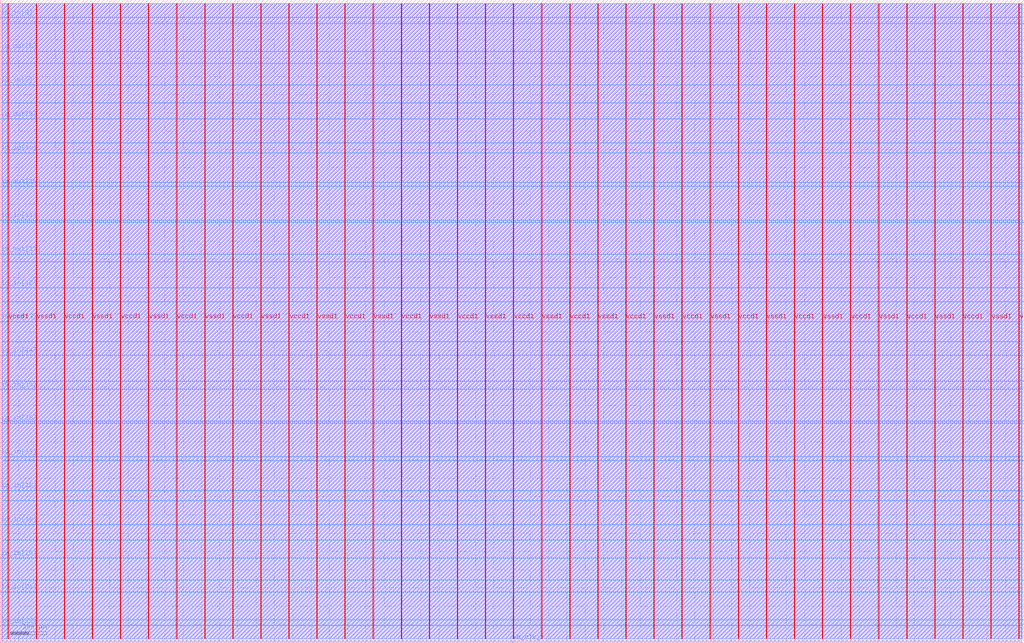
<source format=lef>
VERSION 5.7 ;
  NOWIREEXTENSIONATPIN ON ;
  DIVIDERCHAR "/" ;
  BUSBITCHARS "[]" ;
MACRO user_proj_example
  CLASS BLOCK ;
  FOREIGN user_proj_example ;
  ORIGIN 0.000 0.000 ;
  SIZE 2800.000 BY 1760.000 ;
  PIN io_in[0]
    DIRECTION INPUT ;
    USE SIGNAL ;
    ANTENNAGATEAREA 0.990000 ;
    PORT
      LAYER met3 ;
        RECT 2796.000 62.600 2800.000 63.200 ;
    END
  END io_in[0]
  PIN io_in[10]
    DIRECTION INPUT ;
    USE SIGNAL ;
    ANTENNAGATEAREA 0.742500 ;
    PORT
      LAYER met3 ;
        RECT 0.000 1341.000 4.000 1341.600 ;
    END
  END io_in[10]
  PIN io_in[11]
    DIRECTION INPUT ;
    USE SIGNAL ;
    ANTENNAGATEAREA 0.495000 ;
    PORT
      LAYER met3 ;
        RECT 0.000 1156.040 4.000 1156.640 ;
    END
  END io_in[11]
  PIN io_in[12]
    DIRECTION INPUT ;
    USE SIGNAL ;
    ANTENNAGATEAREA 0.426000 ;
    PORT
      LAYER met3 ;
        RECT 0.000 971.080 4.000 971.680 ;
    END
  END io_in[12]
  PIN io_in[13]
    DIRECTION INPUT ;
    USE SIGNAL ;
    ANTENNAGATEAREA 0.247500 ;
    PORT
      LAYER met3 ;
        RECT 0.000 878.600 4.000 879.200 ;
    END
  END io_in[13]
  PIN io_in[14]
    DIRECTION INPUT ;
    USE SIGNAL ;
    ANTENNAGATEAREA 0.426000 ;
    PORT
      LAYER met3 ;
        RECT 0.000 786.120 4.000 786.720 ;
    END
  END io_in[14]
  PIN io_in[15]
    DIRECTION INPUT ;
    USE SIGNAL ;
    ANTENNAGATEAREA 0.495000 ;
    PORT
      LAYER met3 ;
        RECT 0.000 693.640 4.000 694.240 ;
    END
  END io_in[15]
  PIN io_in[16]
    DIRECTION INPUT ;
    USE SIGNAL ;
    ANTENNAGATEAREA 0.495000 ;
    PORT
      LAYER met3 ;
        RECT 0.000 601.160 4.000 601.760 ;
    END
  END io_in[16]
  PIN io_in[17]
    DIRECTION INPUT ;
    USE SIGNAL ;
    ANTENNAGATEAREA 0.742500 ;
    PORT
      LAYER met3 ;
        RECT 0.000 508.680 4.000 509.280 ;
    END
  END io_in[17]
  PIN io_in[18]
    DIRECTION INPUT ;
    USE SIGNAL ;
    ANTENNAGATEAREA 0.742500 ;
    PORT
      LAYER met3 ;
        RECT 0.000 416.200 4.000 416.800 ;
    END
  END io_in[18]
  PIN io_in[19]
    DIRECTION INPUT ;
    USE SIGNAL ;
    ANTENNAGATEAREA 0.742500 ;
    PORT
      LAYER met3 ;
        RECT 0.000 323.720 4.000 324.320 ;
    END
  END io_in[19]
  PIN io_in[1]
    DIRECTION INPUT ;
    USE SIGNAL ;
    ANTENNAGATEAREA 0.990000 ;
    PORT
      LAYER met3 ;
        RECT 2796.000 280.200 2800.000 280.800 ;
    END
  END io_in[1]
  PIN io_in[20]
    DIRECTION INPUT ;
    USE SIGNAL ;
    ANTENNAGATEAREA 0.852000 ;
    PORT
      LAYER met3 ;
        RECT 0.000 231.240 4.000 231.840 ;
    END
  END io_in[20]
  PIN io_in[21]
    DIRECTION INPUT ;
    USE SIGNAL ;
    ANTENNAGATEAREA 0.990000 ;
    PORT
      LAYER met3 ;
        RECT 0.000 138.760 4.000 139.360 ;
    END
  END io_in[21]
  PIN io_in[22]
    DIRECTION INPUT ;
    USE SIGNAL ;
    ANTENNAGATEAREA 0.990000 ;
    PORT
      LAYER met3 ;
        RECT 0.000 46.280 4.000 46.880 ;
    END
  END io_in[22]
  PIN io_in[2]
    DIRECTION INPUT ;
    USE SIGNAL ;
    ANTENNAGATEAREA 0.990000 ;
    PORT
      LAYER met3 ;
        RECT 2796.000 497.800 2800.000 498.400 ;
    END
  END io_in[2]
  PIN io_in[3]
    DIRECTION INPUT ;
    USE SIGNAL ;
    ANTENNAGATEAREA 0.990000 ;
    PORT
      LAYER met3 ;
        RECT 2796.000 715.400 2800.000 716.000 ;
    END
  END io_in[3]
  PIN io_in[4]
    DIRECTION INPUT ;
    USE SIGNAL ;
    ANTENNAGATEAREA 0.990000 ;
    PORT
      LAYER met3 ;
        RECT 2796.000 933.000 2800.000 933.600 ;
    END
  END io_in[4]
  PIN io_in[5]
    DIRECTION INPUT ;
    USE SIGNAL ;
    ANTENNAGATEAREA 0.990000 ;
    PORT
      LAYER met3 ;
        RECT 2796.000 1150.600 2800.000 1151.200 ;
    END
  END io_in[5]
  PIN io_in[6]
    DIRECTION INPUT ;
    USE SIGNAL ;
    ANTENNAGATEAREA 0.990000 ;
    PORT
      LAYER met3 ;
        RECT 2796.000 1368.200 2800.000 1368.800 ;
    END
  END io_in[6]
  PIN io_in[7]
    DIRECTION INPUT ;
    USE SIGNAL ;
    ANTENNAGATEAREA 0.990000 ;
    PORT
      LAYER met3 ;
        RECT 2796.000 1585.800 2800.000 1586.400 ;
    END
  END io_in[7]
  PIN io_in[8]
    DIRECTION INPUT ;
    USE SIGNAL ;
    ANTENNAGATEAREA 0.852000 ;
    PORT
      LAYER met3 ;
        RECT 0.000 1710.920 4.000 1711.520 ;
    END
  END io_in[8]
  PIN io_in[9]
    DIRECTION INPUT ;
    USE SIGNAL ;
    ANTENNAGATEAREA 0.742500 ;
    PORT
      LAYER met3 ;
        RECT 0.000 1525.960 4.000 1526.560 ;
    END
  END io_in[9]
  PIN io_out[0]
    DIRECTION OUTPUT TRISTATE ;
    USE SIGNAL ;
    PORT
      LAYER met3 ;
        RECT 2796.000 171.400 2800.000 172.000 ;
    END
  END io_out[0]
  PIN io_out[10]
    DIRECTION OUTPUT TRISTATE ;
    USE SIGNAL ;
    ANTENNADIFFAREA 2.673000 ;
    PORT
      LAYER met3 ;
        RECT 0.000 1248.520 4.000 1249.120 ;
    END
  END io_out[10]
  PIN io_out[11]
    DIRECTION OUTPUT TRISTATE ;
    USE SIGNAL ;
    ANTENNADIFFAREA 2.673000 ;
    PORT
      LAYER met3 ;
        RECT 0.000 1063.560 4.000 1064.160 ;
    END
  END io_out[11]
  PIN io_out[1]
    DIRECTION OUTPUT TRISTATE ;
    USE SIGNAL ;
    ANTENNADIFFAREA 2.673000 ;
    PORT
      LAYER met3 ;
        RECT 2796.000 389.000 2800.000 389.600 ;
    END
  END io_out[1]
  PIN io_out[2]
    DIRECTION OUTPUT TRISTATE ;
    USE SIGNAL ;
    ANTENNADIFFAREA 2.673000 ;
    PORT
      LAYER met3 ;
        RECT 2796.000 606.600 2800.000 607.200 ;
    END
  END io_out[2]
  PIN io_out[3]
    DIRECTION OUTPUT TRISTATE ;
    USE SIGNAL ;
    ANTENNADIFFAREA 2.673000 ;
    PORT
      LAYER met3 ;
        RECT 2796.000 824.200 2800.000 824.800 ;
    END
  END io_out[3]
  PIN io_out[4]
    DIRECTION OUTPUT TRISTATE ;
    USE SIGNAL ;
    ANTENNADIFFAREA 2.673000 ;
    PORT
      LAYER met3 ;
        RECT 2796.000 1041.800 2800.000 1042.400 ;
    END
  END io_out[4]
  PIN io_out[5]
    DIRECTION OUTPUT TRISTATE ;
    USE SIGNAL ;
    ANTENNADIFFAREA 2.673000 ;
    PORT
      LAYER met3 ;
        RECT 2796.000 1259.400 2800.000 1260.000 ;
    END
  END io_out[5]
  PIN io_out[6]
    DIRECTION OUTPUT TRISTATE ;
    USE SIGNAL ;
    ANTENNADIFFAREA 2.673000 ;
    PORT
      LAYER met3 ;
        RECT 2796.000 1477.000 2800.000 1477.600 ;
    END
  END io_out[6]
  PIN io_out[7]
    DIRECTION OUTPUT TRISTATE ;
    USE SIGNAL ;
    ANTENNADIFFAREA 2.673000 ;
    PORT
      LAYER met3 ;
        RECT 2796.000 1694.600 2800.000 1695.200 ;
    END
  END io_out[7]
  PIN io_out[8]
    DIRECTION OUTPUT TRISTATE ;
    USE SIGNAL ;
    ANTENNADIFFAREA 2.673000 ;
    PORT
      LAYER met3 ;
        RECT 0.000 1618.440 4.000 1619.040 ;
    END
  END io_out[8]
  PIN io_out[9]
    DIRECTION OUTPUT TRISTATE ;
    USE SIGNAL ;
    ANTENNADIFFAREA 2.673000 ;
    PORT
      LAYER met3 ;
        RECT 0.000 1433.480 4.000 1434.080 ;
    END
  END io_out[9]
  PIN vccd1
    DIRECTION INOUT ;
    USE POWER ;
    PORT
      LAYER met4 ;
        RECT 21.040 10.640 22.640 1749.200 ;
    END
    PORT
      LAYER met4 ;
        RECT 174.640 10.640 176.240 1749.200 ;
    END
    PORT
      LAYER met4 ;
        RECT 328.240 10.640 329.840 1749.200 ;
    END
    PORT
      LAYER met4 ;
        RECT 481.840 10.640 483.440 1749.200 ;
    END
    PORT
      LAYER met4 ;
        RECT 635.440 10.640 637.040 1749.200 ;
    END
    PORT
      LAYER met4 ;
        RECT 789.040 10.640 790.640 1749.200 ;
    END
    PORT
      LAYER met4 ;
        RECT 942.640 10.640 944.240 1749.200 ;
    END
    PORT
      LAYER met4 ;
        RECT 1096.240 10.640 1097.840 1749.200 ;
    END
    PORT
      LAYER met4 ;
        RECT 1249.840 10.640 1251.440 1749.200 ;
    END
    PORT
      LAYER met4 ;
        RECT 1403.440 10.640 1405.040 1749.200 ;
    END
    PORT
      LAYER met4 ;
        RECT 1557.040 10.640 1558.640 1749.200 ;
    END
    PORT
      LAYER met4 ;
        RECT 1710.640 10.640 1712.240 1749.200 ;
    END
    PORT
      LAYER met4 ;
        RECT 1864.240 10.640 1865.840 1749.200 ;
    END
    PORT
      LAYER met4 ;
        RECT 2017.840 10.640 2019.440 1749.200 ;
    END
    PORT
      LAYER met4 ;
        RECT 2171.440 10.640 2173.040 1749.200 ;
    END
    PORT
      LAYER met4 ;
        RECT 2325.040 10.640 2326.640 1749.200 ;
    END
    PORT
      LAYER met4 ;
        RECT 2478.640 10.640 2480.240 1749.200 ;
    END
    PORT
      LAYER met4 ;
        RECT 2632.240 10.640 2633.840 1749.200 ;
    END
    PORT
      LAYER met4 ;
        RECT 2785.840 10.640 2787.440 1749.200 ;
    END
  END vccd1
  PIN vssd1
    DIRECTION INOUT ;
    USE GROUND ;
    PORT
      LAYER met4 ;
        RECT 97.840 10.640 99.440 1749.200 ;
    END
    PORT
      LAYER met4 ;
        RECT 251.440 10.640 253.040 1749.200 ;
    END
    PORT
      LAYER met4 ;
        RECT 405.040 10.640 406.640 1749.200 ;
    END
    PORT
      LAYER met4 ;
        RECT 558.640 10.640 560.240 1749.200 ;
    END
    PORT
      LAYER met4 ;
        RECT 712.240 10.640 713.840 1749.200 ;
    END
    PORT
      LAYER met4 ;
        RECT 865.840 10.640 867.440 1749.200 ;
    END
    PORT
      LAYER met4 ;
        RECT 1019.440 10.640 1021.040 1749.200 ;
    END
    PORT
      LAYER met4 ;
        RECT 1173.040 10.640 1174.640 1749.200 ;
    END
    PORT
      LAYER met4 ;
        RECT 1326.640 10.640 1328.240 1749.200 ;
    END
    PORT
      LAYER met4 ;
        RECT 1480.240 10.640 1481.840 1749.200 ;
    END
    PORT
      LAYER met4 ;
        RECT 1633.840 10.640 1635.440 1749.200 ;
    END
    PORT
      LAYER met4 ;
        RECT 1787.440 10.640 1789.040 1749.200 ;
    END
    PORT
      LAYER met4 ;
        RECT 1941.040 10.640 1942.640 1749.200 ;
    END
    PORT
      LAYER met4 ;
        RECT 2094.640 10.640 2096.240 1749.200 ;
    END
    PORT
      LAYER met4 ;
        RECT 2248.240 10.640 2249.840 1749.200 ;
    END
    PORT
      LAYER met4 ;
        RECT 2401.840 10.640 2403.440 1749.200 ;
    END
    PORT
      LAYER met4 ;
        RECT 2555.440 10.640 2557.040 1749.200 ;
    END
    PORT
      LAYER met4 ;
        RECT 2709.040 10.640 2710.640 1749.200 ;
    END
  END vssd1
  PIN wb_clk_i
    DIRECTION INPUT ;
    USE SIGNAL ;
    ANTENNAGATEAREA 0.852000 ;
    ANTENNADIFFAREA 0.434700 ;
    PORT
      LAYER met2 ;
        RECT 1399.870 0.000 1400.150 4.000 ;
    END
  END wb_clk_i
  OBS
      LAYER li1 ;
        RECT 5.520 10.795 2794.040 1749.045 ;
      LAYER met1 ;
        RECT 4.670 10.640 2794.040 1749.200 ;
      LAYER met2 ;
        RECT 4.690 4.280 2792.110 1749.145 ;
        RECT 4.690 4.000 1399.590 4.280 ;
        RECT 1400.430 4.000 2792.110 4.280 ;
      LAYER met3 ;
        RECT 4.000 1711.920 2796.000 1749.125 ;
        RECT 4.400 1710.520 2796.000 1711.920 ;
        RECT 4.000 1695.600 2796.000 1710.520 ;
        RECT 4.000 1694.200 2795.600 1695.600 ;
        RECT 4.000 1619.440 2796.000 1694.200 ;
        RECT 4.400 1618.040 2796.000 1619.440 ;
        RECT 4.000 1586.800 2796.000 1618.040 ;
        RECT 4.000 1585.400 2795.600 1586.800 ;
        RECT 4.000 1526.960 2796.000 1585.400 ;
        RECT 4.400 1525.560 2796.000 1526.960 ;
        RECT 4.000 1478.000 2796.000 1525.560 ;
        RECT 4.000 1476.600 2795.600 1478.000 ;
        RECT 4.000 1434.480 2796.000 1476.600 ;
        RECT 4.400 1433.080 2796.000 1434.480 ;
        RECT 4.000 1369.200 2796.000 1433.080 ;
        RECT 4.000 1367.800 2795.600 1369.200 ;
        RECT 4.000 1342.000 2796.000 1367.800 ;
        RECT 4.400 1340.600 2796.000 1342.000 ;
        RECT 4.000 1260.400 2796.000 1340.600 ;
        RECT 4.000 1259.000 2795.600 1260.400 ;
        RECT 4.000 1249.520 2796.000 1259.000 ;
        RECT 4.400 1248.120 2796.000 1249.520 ;
        RECT 4.000 1157.040 2796.000 1248.120 ;
        RECT 4.400 1155.640 2796.000 1157.040 ;
        RECT 4.000 1151.600 2796.000 1155.640 ;
        RECT 4.000 1150.200 2795.600 1151.600 ;
        RECT 4.000 1064.560 2796.000 1150.200 ;
        RECT 4.400 1063.160 2796.000 1064.560 ;
        RECT 4.000 1042.800 2796.000 1063.160 ;
        RECT 4.000 1041.400 2795.600 1042.800 ;
        RECT 4.000 972.080 2796.000 1041.400 ;
        RECT 4.400 970.680 2796.000 972.080 ;
        RECT 4.000 934.000 2796.000 970.680 ;
        RECT 4.000 932.600 2795.600 934.000 ;
        RECT 4.000 879.600 2796.000 932.600 ;
        RECT 4.400 878.200 2796.000 879.600 ;
        RECT 4.000 825.200 2796.000 878.200 ;
        RECT 4.000 823.800 2795.600 825.200 ;
        RECT 4.000 787.120 2796.000 823.800 ;
        RECT 4.400 785.720 2796.000 787.120 ;
        RECT 4.000 716.400 2796.000 785.720 ;
        RECT 4.000 715.000 2795.600 716.400 ;
        RECT 4.000 694.640 2796.000 715.000 ;
        RECT 4.400 693.240 2796.000 694.640 ;
        RECT 4.000 607.600 2796.000 693.240 ;
        RECT 4.000 606.200 2795.600 607.600 ;
        RECT 4.000 602.160 2796.000 606.200 ;
        RECT 4.400 600.760 2796.000 602.160 ;
        RECT 4.000 509.680 2796.000 600.760 ;
        RECT 4.400 508.280 2796.000 509.680 ;
        RECT 4.000 498.800 2796.000 508.280 ;
        RECT 4.000 497.400 2795.600 498.800 ;
        RECT 4.000 417.200 2796.000 497.400 ;
        RECT 4.400 415.800 2796.000 417.200 ;
        RECT 4.000 390.000 2796.000 415.800 ;
        RECT 4.000 388.600 2795.600 390.000 ;
        RECT 4.000 324.720 2796.000 388.600 ;
        RECT 4.400 323.320 2796.000 324.720 ;
        RECT 4.000 281.200 2796.000 323.320 ;
        RECT 4.000 279.800 2795.600 281.200 ;
        RECT 4.000 232.240 2796.000 279.800 ;
        RECT 4.400 230.840 2796.000 232.240 ;
        RECT 4.000 172.400 2796.000 230.840 ;
        RECT 4.000 171.000 2795.600 172.400 ;
        RECT 4.000 139.760 2796.000 171.000 ;
        RECT 4.400 138.360 2796.000 139.760 ;
        RECT 4.000 63.600 2796.000 138.360 ;
        RECT 4.000 62.200 2795.600 63.600 ;
        RECT 4.000 47.280 2796.000 62.200 ;
        RECT 4.400 45.880 2796.000 47.280 ;
        RECT 4.000 10.715 2796.000 45.880 ;
  END
END user_proj_example
END LIBRARY


</source>
